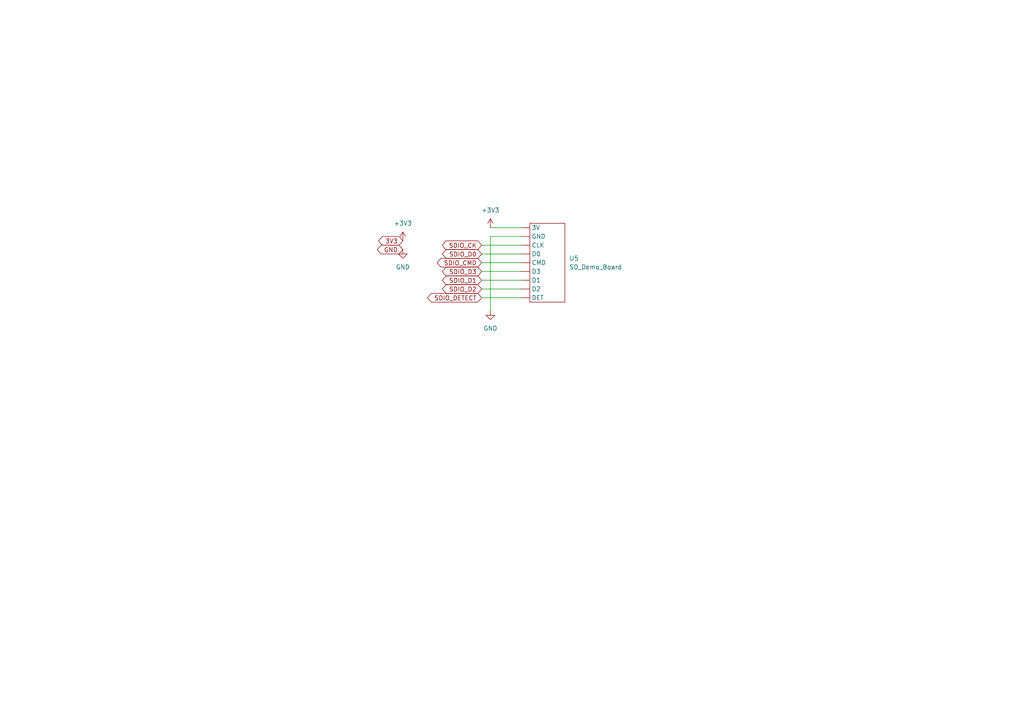
<source format=kicad_sch>
(kicad_sch (version 20211123) (generator eeschema)
  (paper "A4")
  (lib_symbols
    (symbol "Connector:SD_Demo_Board"
      (property "Reference" "U" (at 1.27 1.27 0))
      (property "Value" "SD_Demo_Board" (at 7.62 3.81 0))
      (symbol "SD_Demo_Board_0_1"
        (rectangle (start 0 0) (end 10.16 -22.86))
      )
      (symbol "SD_Demo_Board_1_1"
        (pin input line (at -2.54 -1.27 0) (length 2.54) (name "3V") (number ""))
        (pin input line (at -2.54 -6.35 0) (length 2.54) (name "CLK") (number ""))
        (pin input line (at -2.54 -11.43 0) (length 2.54) (name "CMD") (number ""))
        (pin input line (at -2.54 -8.89 0) (length 2.54) (name "D0") (number ""))
        (pin input line (at -2.54 -16.51 0) (length 2.54) (name "D1") (number ""))
        (pin input line (at -2.54 -19.05 0) (length 2.54) (name "D2") (number ""))
        (pin input line (at -2.54 -13.97 0) (length 2.54) (name "D3") (number ""))
        (pin output line (at -2.54 -21.59 0) (length 2.54) (name "DET") (number ""))
        (pin input line (at -2.54 -3.81 0) (length 2.54) (name "GND") (number ""))
      )
    )
    (symbol "power:+3V3" (power) (pin_names (offset 0))
      (property "Value" "+3V3" (at 0 3.556 0))
      (symbol "+3V3_0_1"
        (polyline (pts (xy -0.762 1.27) (xy 0 2.54)))
        (polyline (pts (xy 0 0) (xy 0 2.54)))
        (polyline (pts (xy 0 2.54) (xy 0.762 1.27)))
      )
      (symbol "+3V3_1_1"
        (pin power_in line (at 0 0 90) (length 0) hide (name "+3V3") (number "1"))
      )
    )
    (symbol "power:GND" (power) (pin_names (offset 0))
      (property "Value" "GND" (at 0 -3.81 0))
      (symbol "GND_0_1"
        (polyline (pts (xy 0 0) (xy 0 -1.27) (xy 1.27 -1.27) (xy 0 -2.54) (xy -1.27 -1.27) (xy 0 -1.27)))
      )
      (symbol "GND_1_1"
        (pin power_in line (at 0 0 270) (length 0) hide (name "GND") (number "1"))
      )
    )
  )
  (wire (pts (xy 142.24 68.58) (xy 142.24 90.17)))
  (wire (pts (xy 139.7 81.28) (xy 151.13 81.28)))
  (wire (pts (xy 139.7 78.74) (xy 151.13 78.74)))
  (wire (pts (xy 139.7 73.66) (xy 151.13 73.66)))
  (wire (pts (xy 142.24 66.04) (xy 151.13 66.04)))
  (wire (pts (xy 139.7 86.36) (xy 151.13 86.36)))
  (wire (pts (xy 139.7 83.82) (xy 151.13 83.82)))
  (wire (pts (xy 139.7 76.2) (xy 151.13 76.2)))
  (wire (pts (xy 142.24 68.58) (xy 151.13 68.58)))
  (wire (pts (xy 139.7 71.12) (xy 151.13 71.12)))
  (global_label "3V3" (shape bidirectional) (at 116.84 69.85 180) (property "Intersheet References" "${INTERSHEET_REFS}" (effects hide)))
  (global_label "SDIO_CK" (shape bidirectional) (at 139.7 71.12 180) (property "Intersheet References" "${INTERSHEET_REFS}" (effects hide)))
  (global_label "SDIO_D0" (shape bidirectional) (at 139.7 73.66 180) (property "Intersheet References" "${INTERSHEET_REFS}" (effects hide)))
  (global_label "SDIO_D2" (shape bidirectional) (at 139.7 83.82 180) (property "Intersheet References" "${INTERSHEET_REFS}" (effects hide)))
  (global_label "SDIO_D1" (shape bidirectional) (at 139.7 81.28 180) (property "Intersheet References" "${INTERSHEET_REFS}" (effects hide)))
  (global_label "SDIO_D3" (shape bidirectional) (at 139.7 78.74 180) (property "Intersheet References" "${INTERSHEET_REFS}" (effects hide)))
  (global_label "SDIO_DETECT" (shape bidirectional) (at 139.7 86.36 180) (property "Intersheet References" "${INTERSHEET_REFS}" (effects hide)))
  (global_label "SDIO_CMD" (shape bidirectional) (at 139.7 76.2 180) (property "Intersheet References" "${INTERSHEET_REFS}" (effects hide)))
  (global_label "GND" (shape bidirectional) (at 116.84 72.39 180) (property "Intersheet References" "${INTERSHEET_REFS}" (effects hide)))
  (symbol (lib_id "power:GND") (at 116.84 72.39 0) (unit 1)
    (property "Reference" "#PWR?" (effects hide))
    (property "Value" "GND" (at 116.84 77.47 0))
  )
  (symbol (lib_id "power:+3V3") (at 116.84 69.85 0) (unit 1)
    (property "Reference" "#PWR?" (effects hide))
    (property "Value" "+3V3" (at 116.84 64.77 0))
  )
  (symbol (lib_id "Connector:SD_Demo_Board") (at 153.67 64.77 0) (unit 1)
    (property "Reference" "U5" (at 165.1 74.9299 0) (effects (justify left)))
    (property "Value" "SD_Demo_Board" (at 165.1 77.4699 0) (effects (justify left)))
  )
  (symbol (lib_id "power:+3V3") (at 142.24 66.04 0) (unit 1)
    (property "Reference" "#PWR?" (effects hide))
    (property "Value" "+3V3" (at 142.24 60.96 0))
  )
  (symbol (lib_id "power:GND") (at 142.24 90.17 0) (unit 1)
    (property "Reference" "#PWR?" (effects hide))
    (property "Value" "GND" (at 142.24 95.25 0))
  )
)
</source>
